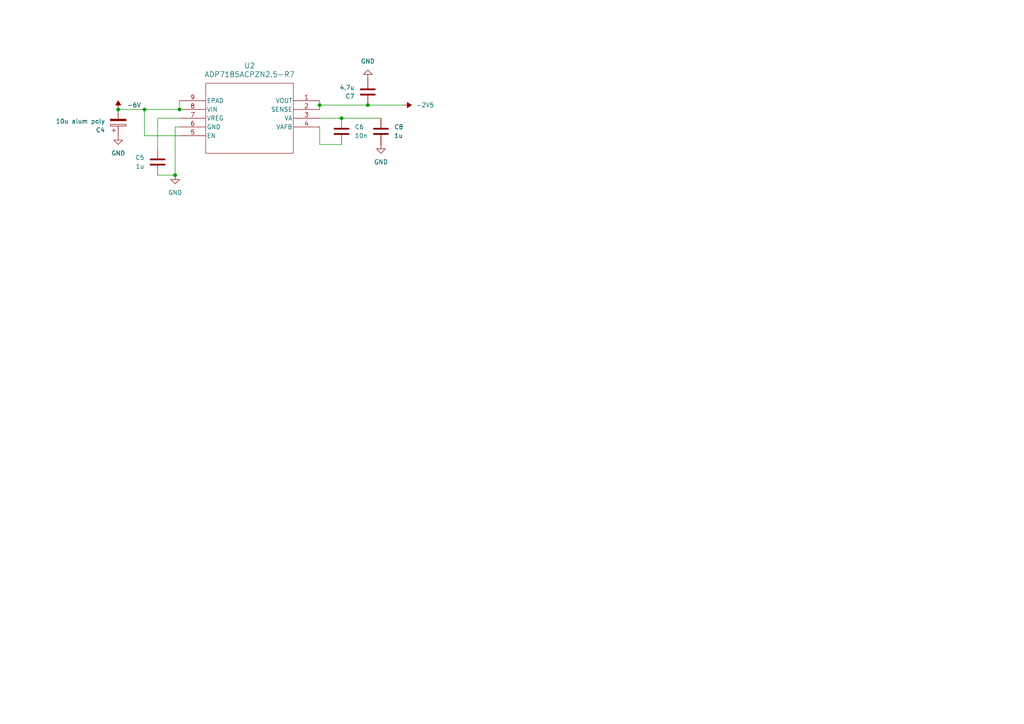
<source format=kicad_sch>
(kicad_sch (version 20231120) (generator "eeschema") (generator_version "8.0")
  (paper "A4")
  (lib_symbols
    (symbol "Device:C" (pin_numbers hide) (pin_names (offset 0.254))
      (property "Reference" "C" (at 0.635 2.54 0))
      (property "Value" "C" (at 0.635 -2.54 0))
      (symbol "C_0_1"
        (polyline (pts (xy -2.032 -0.762) (xy 2.032 -0.762)) (stroke (width 0.508)))
        (polyline (pts (xy -2.032 0.762) (xy 2.032 0.762)) (stroke (width 0.508)))
      )
      (symbol "C_1_1"
        (pin passive line (at 0 3.81 270) (length 2.794) (name "~") (number "1"))
        (pin passive line (at 0 -3.81 90) (length 2.794) (name "~") (number "2"))
      )
    )
    (symbol "Device:C_Polarized" (pin_numbers hide) (pin_names (offset 0.254))
      (property "Reference" "C" (at 0.635 2.54 0))
      (property "Value" "C_Polarized" (at 0.635 -2.54 0))
      (symbol "C_Polarized_0_1"
        (rectangle (start -2.286 0.508) (end 2.286 1.016))
        (polyline (pts (xy -1.778 2.286) (xy -0.762 2.286)))
        (polyline (pts (xy -1.27 2.794) (xy -1.27 1.778)))
        (rectangle (start 2.286 -0.508) (end -2.286 -1.016) (fill (type outline)))
      )
      (symbol "C_Polarized_1_1"
        (pin passive line (at 0 3.81 270) (length 2.794) (name "~") (number "1"))
        (pin passive line (at 0 -3.81 90) (length 2.794) (name "~") (number "2"))
      )
    )
    (symbol "Library:ADP7185ACPZN2.5-R7" (pin_names (offset 0.254))
      (property "Reference" "U" (at 20.32 10.16 0))
      (property "Value" "ADP7185ACPZN2.5-R7" (at 20.32 7.62 0))
      (symbol "ADP7185ACPZN2.5-R7_0_1"
        (polyline (pts (xy 7.62 -15.24) (xy 33.02 -15.24)) (stroke (width 0.127)))
        (polyline (pts (xy 7.62 5.08) (xy 7.62 -15.24)) (stroke (width 0.127)))
        (polyline (pts (xy 33.02 -15.24) (xy 33.02 5.08)) (stroke (width 0.127)))
        (polyline (pts (xy 33.02 5.08) (xy 7.62 5.08)) (stroke (width 0.127)))
        (pin input line (at 0 -2.54 0) (length 7.62) (name "SENSE") (number "2"))
        (pin power_out line (at 40.64 -7.62 180) (length 7.62) (name "GND") (number "6"))
        (pin power_in line (at 40.64 -2.54 180) (length 7.62) (name "VIN") (number "8"))
      )
      (symbol "ADP7185ACPZN2.5-R7_1_1"
        (pin power_out line (at 0 0 0) (length 7.62) (name "VOUT") (number "1"))
        (pin passive line (at 0 -5.08 0) (length 7.62) (name "VA") (number "3"))
        (pin passive line (at 0 -7.62 0) (length 7.62) (name "VAFB") (number "4"))
        (pin passive line (at 40.64 -10.16 180) (length 7.62) (name "EN") (number "5"))
        (pin passive line (at 40.64 -5.08 180) (length 7.62) (name "VREG") (number "7"))
        (pin power_in line (at 40.64 0 180) (length 7.62) (name "EPAD") (number "9"))
      )
    )
    (symbol "power:-2V5" (power) (pin_numbers hide) (pin_names (offset 0) hide)
      (property "Value" "-2V5" (at 0 3.556 0))
      (symbol "-2V5_0_0"
        (pin power_in line (at 0 0 90) (length 0) (name "~") (number "1"))
      )
      (symbol "-2V5_0_1"
        (polyline (pts (xy 0 0) (xy 0 1.27) (xy 0.762 1.27) (xy 0 2.54) (xy -0.762 1.27) (xy 0 1.27)) (fill (type outline)))
      )
    )
    (symbol "power:-6V" (power) (pin_numbers hide) (pin_names (offset 0) hide)
      (property "Value" "-6V" (at 0 3.556 0))
      (symbol "-6V_0_0"
        (pin power_in line (at 0 0 90) (length 0) (name "~") (number "1"))
      )
      (symbol "-6V_0_1"
        (polyline (pts (xy 0 0) (xy 0 1.27) (xy 0.762 1.27) (xy 0 2.54) (xy -0.762 1.27) (xy 0 1.27)) (fill (type outline)))
      )
    )
    (symbol "power:GND" (power) (pin_numbers hide) (pin_names (offset 0) hide)
      (property "Value" "GND" (at 0 -3.81 0))
      (symbol "GND_0_1"
        (polyline (pts (xy 0 0) (xy 0 -1.27) (xy 1.27 -1.27) (xy 0 -2.54) (xy -1.27 -1.27) (xy 0 -1.27)))
      )
      (symbol "GND_1_1"
        (pin power_in line (at 0 0 270) (length 0) (name "~") (number "1"))
      )
    )
  )
  (junction (at 50.8 50.8))
  (junction (at 92.71 30.48))
  (junction (at 34.29 31.75))
  (junction (at 41.91 31.75))
  (junction (at 106.68 30.48))
  (junction (at 52.07 31.75))
  (junction (at 99.06 34.29))
  (wire (pts (xy 99.06 34.29) (xy 110.49 34.29)))
  (wire (pts (xy 45.72 34.29) (xy 52.07 34.29)))
  (wire (pts (xy 92.71 30.48) (xy 92.71 31.75)))
  (wire (pts (xy 52.07 36.83) (xy 50.8 36.83)))
  (wire (pts (xy 34.29 31.75) (xy 41.91 31.75)))
  (wire (pts (xy 52.07 39.37) (xy 41.91 39.37)))
  (wire (pts (xy 45.72 43.18) (xy 45.72 34.29)))
  (wire (pts (xy 52.07 29.21) (xy 52.07 31.75)))
  (wire (pts (xy 92.71 29.21) (xy 92.71 30.48)))
  (wire (pts (xy 45.72 50.8) (xy 50.8 50.8)))
  (wire (pts (xy 41.91 31.75) (xy 52.07 31.75)))
  (wire (pts (xy 41.91 31.75) (xy 41.91 39.37)))
  (wire (pts (xy 92.71 41.91) (xy 99.06 41.91)))
  (wire (pts (xy 92.71 34.29) (xy 99.06 34.29)))
  (wire (pts (xy 50.8 36.83) (xy 50.8 50.8)))
  (wire (pts (xy 106.68 30.48) (xy 116.84 30.48)))
  (wire (pts (xy 92.71 30.48) (xy 106.68 30.48)))
  (wire (pts (xy 92.71 36.83) (xy 92.71 41.91)))
  (symbol (lib_id "Device:C_Polarized") (at 34.29 35.56 0) (mirror x) (unit 1)
    (property "Reference" "C4" (at 30.48 37.7191 0) (effects (justify right)))
    (property "Value" "10u alum poly" (at 30.48 35.1791 0) (effects (justify right)))
    (property "Footprint" "Capacitor_SMD:CP_Elec_6.3x7.7" (effects (hide yes)))
    (property "Description" "Polarized capacitor" (effects (hide yes)))
  )
  (symbol (lib_id "power:GND") (at 50.8 50.8 0) (unit 1)
    (property "Reference" "#PWR012" (effects (hide yes)))
    (property "Value" "GND" (at 50.8 55.88 0))
    (property "Description" "Power symbol creates a global label with name \"GND\" , ground" (effects (hide yes)))
  )
  (symbol (lib_id "Device:C") (at 110.49 38.1 0) (mirror y) (unit 1)
    (property "Reference" "C8" (at 114.3 36.8299 0) (effects (justify right)))
    (property "Value" "1u" (at 114.3 39.3699 0) (effects (justify right)))
    (property "Footprint" "Capacitor_SMD:C_1206_3216Metric" (effects (hide yes)))
    (property "Description" "Unpolarized capacitor" (effects (hide yes)))
  )
  (symbol (lib_id "Device:C") (at 106.68 26.67 0) (mirror x) (unit 1)
    (property "Reference" "C7" (at 102.87 27.9401 0) (effects (justify right)))
    (property "Value" "4.7u" (at 102.87 25.4001 0) (effects (justify right)))
    (property "Footprint" "Capacitor_SMD:C_1206_3216Metric" (effects (hide yes)))
    (property "Description" "Unpolarized capacitor" (effects (hide yes)))
  )
  (symbol (lib_id "power:GND") (at 34.29 39.37 0) (unit 1)
    (property "Reference" "#PWR011" (effects (hide yes)))
    (property "Value" "GND" (at 34.29 44.45 0))
    (property "Description" "Power symbol creates a global label with name \"GND\" , ground" (effects (hide yes)))
  )
  (symbol (lib_id "Library:ADP7185ACPZN2.5-R7") (at 92.71 29.21 0) (mirror y) (unit 1)
    (property "Reference" "U2" (at 72.39 19.05 0) (effects (font (size 1.524 1.524))))
    (property "Value" "ADP7185ACPZN2.5-R7" (at 72.39 21.59 0) (effects (font (size 1.524 1.524))))
    (property "Footprint" "Library:CP-8-27_ADI" (effects (hide yes)))
    (property "Datasheet" "ADP7185ACPZN2.5-R7" (effects (hide yes)))
  )
  (symbol (lib_id "Device:C") (at 45.72 46.99 0) (unit 1)
    (property "Reference" "C5" (at 41.91 45.7199 0) (effects (justify right)))
    (property "Value" "1u" (at 41.91 48.2599 0) (effects (justify right)))
    (property "Footprint" "Capacitor_SMD:C_1206_3216Metric" (effects (hide yes)))
    (property "Description" "Unpolarized capacitor" (effects (hide yes)))
  )
  (symbol (lib_id "power:GND") (at 110.49 41.91 0) (unit 1)
    (property "Reference" "#PWR014" (effects (hide yes)))
    (property "Value" "GND" (at 110.49 46.99 0))
    (property "Description" "Power symbol creates a global label with name \"GND\" , ground" (effects (hide yes)))
  )
  (symbol (lib_id "power:-6V") (at 34.29 31.75 0) (unit 1)
    (property "Reference" "#PWR010" (effects (hide yes)))
    (property "Value" "-6V" (at 36.83 30.4799 0) (effects (justify left)))
    (property "Description" "Power symbol creates a global label with name \"-6V\"" (effects (hide yes)))
  )
  (symbol (lib_id "power:-2V5") (at 116.84 30.48 270) (unit 1)
    (property "Reference" "#PWR015" (effects (hide yes)))
    (property "Value" "-2V5" (at 120.65 30.4799 90) (effects (justify left)))
    (property "Description" "Power symbol creates a global label with name \"-2V5\"" (effects (hide yes)))
  )
  (symbol (lib_id "power:GND") (at 106.68 22.86 180) (unit 1)
    (property "Reference" "#PWR013" (effects (hide yes)))
    (property "Value" "GND" (at 106.68 17.78 0))
    (property "Description" "Power symbol creates a global label with name \"GND\" , ground" (effects (hide yes)))
  )
  (symbol (lib_id "Device:C") (at 99.06 38.1 0) (mirror y) (unit 1)
    (property "Reference" "C6" (at 102.87 36.8299 0) (effects (justify right)))
    (property "Value" "10n" (at 102.87 39.3699 0) (effects (justify right)))
    (property "Footprint" "Capacitor_SMD:C_1206_3216Metric" (effects (hide yes)))
    (property "Description" "Unpolarized capacitor" (effects (hide yes)))
  )
)
</source>
